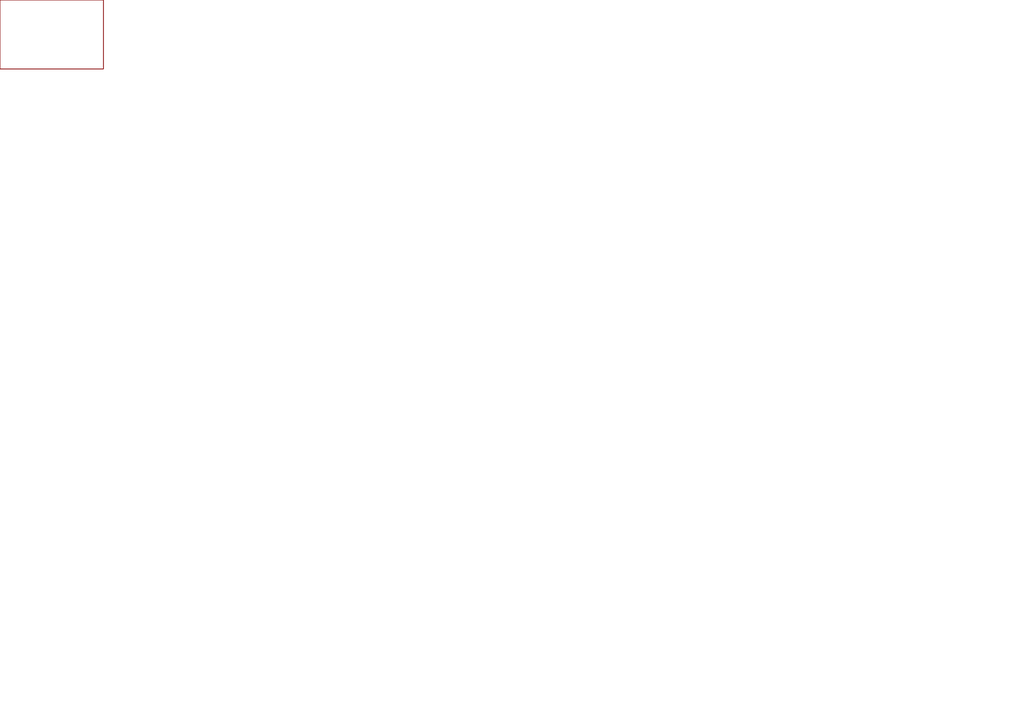
<source format=kicad_sch>
(kicad_sch (version 20211123)
  (sheet (at 0 0) (size 30 20))
)

</source>
